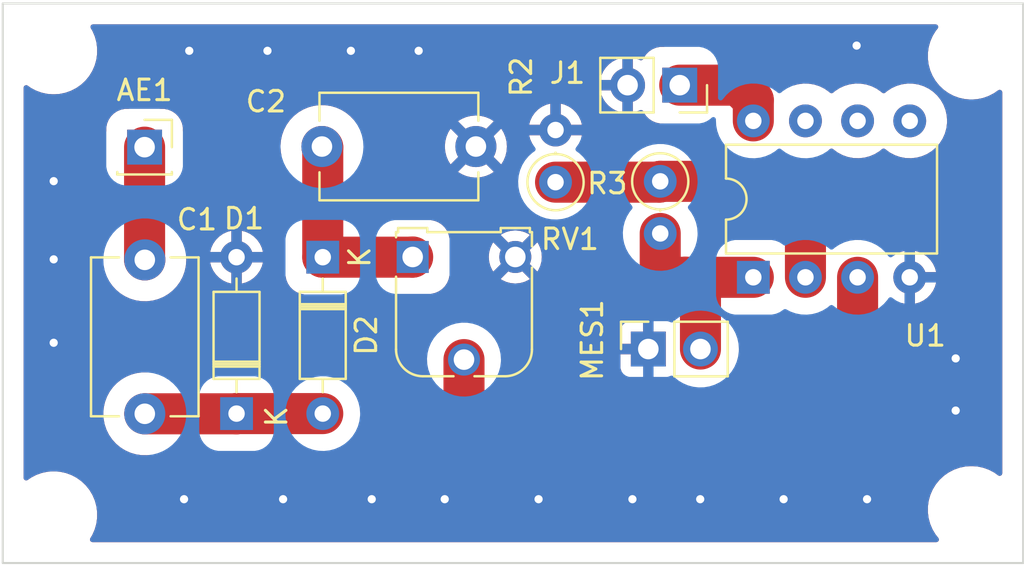
<source format=kicad_pcb>
(kicad_pcb (version 20211014) (generator pcbnew)
  (layers (0 "F.Cu" signal) (31 "B.Cu" signal) (34 "B.Paste" user) (35 "F.Paste" user) (36 "B.SilkS" user "B.Silkscreen") (37 "F.SilkS" user "F.Silkscreen") (38 "B.Mask" user) (39 "F.Mask" user) (44 "Edge.Cuts" user))
  (net 0 "")
  (net 1 "Net-(C1-Pad2)")
  (net 2 "GND")
  (net 3 "Net-(C2-Pad1)")
  (net 4 "Net-(R2-Pad1)")
  (net 5 "Net-(MES1-Pad2)")
  (net 6 "Net-(RV1-Pad2)")
  (net 7 "+VDC")
  (net 8 "Net-(AE1-Pad1)")
  (footprint "MountingHole:MountingHole_2.2mm_M2" (layer "F.Cu") (at 89.662 97.282)
    (fp_text reference "H2" hide)
    (fp_text value "MountingHole" hide)
    (pad "" np_thru_hole circle (at 0 0) (size 2.2 2.2) (drill 2.2) (layers *.Cu *.Mask))
  )
  (footprint "MountingHole:MountingHole_2.2mm_M2" (layer "F.Cu") (at 89.662 74.676)
    (fp_text reference "H1" hide)
    (fp_text value "MountingHole" hide)
    (pad "" np_thru_hole circle (at 0 0) (size 2.2 2.2) (drill 2.2) (layers *.Cu *.Mask))
  )
  (footprint "Capacitor_THT:C_Disc_D7.5mm_W5.0mm_P7.50mm" (layer "F.Cu") (at 102.73 79.34)
    (fp_text reference "C2" (at -2.73 -2.19) (layer "F.SilkS"))
    (fp_text value "0.01uF 500V" hide)
    (fp_line (start -0.12 2.62) (end 7.62 2.62) (layer "F.SilkS") (width 0.12))
    (fp_line (start 7.62 1.256) (end 7.62 2.62) (layer "F.SilkS") (width 0.12))
    (fp_line (start -0.12 1.256) (end -0.12 2.62) (layer "F.SilkS") (width 0.12))
    (fp_line (start -0.12 -2.62) (end 7.62 -2.62) (layer "F.SilkS") (width 0.12))
    (fp_line (start 7.62 -2.62) (end 7.62 -1.256) (layer "F.SilkS") (width 0.12))
    (fp_line (start -0.12 -2.62) (end -0.12 -1.256) (layer "F.SilkS") (width 0.12))
    (pad "1" thru_hole circle locked (at 0 0) (size 2 2) (drill 1) (layers *.Cu *.Mask) (net 3 "Net-(C2-Pad1)"))
    (pad "2" thru_hole circle locked (at 7.5 0) (size 2 2) (drill 1) (layers *.Cu *.Mask) (net 2 "GND"))
  )
  (footprint "Resistor_THT:R_Axial_DIN0207_L6.3mm_D2.5mm_P2.54mm_Vertical" (layer "F.Cu") (at 119.21 81.035 -90)
    (fp_text reference "R3" (at 0.105 2.58 180) (layer "F.SilkS"))
    (fp_text value "100k" hide)
    (fp_line (start 1.37 0) (end 1.44 0) (layer "F.SilkS") (width 0.12))
    (fp_circle (center 0 0) (end 1.37 0) (layer "F.SilkS") (width 0.12) (fill none))
    (pad "1" thru_hole circle locked (at 0 0 270) (size 1.6 1.6) (drill 0.8) (layers *.Cu *.Mask) (net 4 "Net-(R2-Pad1)"))
    (pad "2" thru_hole oval locked (at 2.54 0 270) (size 1.6 1.6) (drill 0.8) (layers *.Cu *.Mask) (net 5 "Net-(MES1-Pad2)"))
  )
  (footprint "Capacitor_THT:C_Disc_D7.5mm_W5.0mm_P7.50mm" (layer "F.Cu") (at 94.1 84.86 -90)
    (fp_text reference "C1" (at -1.96 -2.54) (layer "F.SilkS"))
    (fp_text value "0.01uF 500V" hide)
    (fp_line (start 7.62 1.256) (end 7.62 2.62) (layer "F.SilkS") (width 0.12))
    (fp_line (start -0.12 -2.62) (end -0.12 -1.256) (layer "F.SilkS") (width 0.12))
    (fp_line (start -0.12 1.256) (end -0.12 2.62) (layer "F.SilkS") (width 0.12))
    (fp_line (start -0.12 -2.62) (end 7.62 -2.62) (layer "F.SilkS") (width 0.12))
    (fp_line (start -0.12 2.62) (end 7.62 2.62) (layer "F.SilkS") (width 0.12))
    (fp_line (start 7.62 -2.62) (end 7.62 -1.256) (layer "F.SilkS") (width 0.12))
    (pad "1" thru_hole circle locked (at 0 0 270) (size 2 2) (drill 1) (layers *.Cu *.Mask) (net 8 "Net-(AE1-Pad1)"))
    (pad "2" thru_hole circle locked (at 7.5 0 270) (size 2 2) (drill 1) (layers *.Cu *.Mask) (net 1 "Net-(C1-Pad2)"))
  )
  (footprint "Potentiometer_THT:Potentiometer_Runtron_RM-065_Vertical" (layer "F.Cu") (at 107.15 84.72)
    (fp_text reference "RV1" (at 7.658 -0.865) (layer "F.SilkS"))
    (fp_text value "10k")
    (fp_line (start 5.71 -1.21) (end 5.81 -1.21) (layer "F.SilkS") (width 0.12))
    (fp_line (start 5.81 0.52) (end 5.81 4.5) (layer "F.SilkS") (width 0.12))
    (fp_line (start 4.29 -1.41) (end 5.71 -1.41) (layer "F.SilkS") (width 0.12))
    (fp_line (start -0.71 -1.21) (end -0.81 -1.21) (layer "F.SilkS") (width 0.12))
    (fp_line (start 4.29 -1.21) (end 4.29 -1.41) (layer "F.SilkS") (width 0.12))
    (fp_line (start -0.81 4.5) (end -0.81 0.96) (layer "F.SilkS") (width 0.12))
    (fp_line (start -0.71 -1.41) (end 0.71 -1.41) (layer "F.SilkS") (width 0.12))
    (fp_line (start -0.71 -1.41) (end -0.71 -1.21) (layer "F.SilkS") (width 0.12))
    (fp_line (start 0.71 -1.21) (end 4.29 -1.21) (layer "F.SilkS") (width 0.12))
    (fp_line (start 1.99 5.81) (end 0.5 5.81) (layer "F.SilkS") (width 0.12))
    (fp_line (start 5.81 -1.21) (end 5.81 -0.52) (layer "F.SilkS") (width 0.12))
    (fp_line (start 0.71 -1.21) (end 0.71 -1.41) (layer "F.SilkS") (width 0.12))
    (fp_line (start 5.71 -1.41) (end 5.71 -1.21) (layer "F.SilkS") (width 0.12))
    (fp_line (start -0.81 -1.21) (end -0.81 -0.96) (layer "F.SilkS") (width 0.12))
    (fp_line (start 4.5 5.81) (end 3.01 5.81) (layer "F.SilkS") (width 0.12))
    (fp_arc (start 5.81 4.5) (mid 5.42631 5.42631) (end 4.5 5.81) (layer "F.SilkS") (width 0.12))
    (fp_arc (start 0.5 5.81) (mid -0.42631 5.42631) (end -0.81 4.5) (layer "F.SilkS") (width 0.12))
    (pad "1" thru_hole rect (at 0 0) (size 1.56 1.56) (drill 1) (layers *.Cu *.Mask) (net 3 "Net-(C2-Pad1)"))
    (pad "2" thru_hole circle (at 2.5 5) (size 1.56 1.56) (drill 1) (layers *.Cu *.Mask) (net 6 "Net-(RV1-Pad2)"))
    (pad "3" thru_hole circle (at 5 0) (size 1.56 1.56) (drill 1) (layers *.Cu *.Mask) (net 2 "GND"))
  )
  (footprint "Connector_PinSocket_2.54mm:PinSocket_1x02_P2.54mm_Vertical" (layer "F.Cu") (at 118.63 89.205 90)
    (fp_text reference "MES1" (at 0.435 -2.73 90) (layer "F.SilkS"))
    (fp_text value "250uA" hide)
    (fp_line (start 0 -1.33) (end 1.33 -1.33) (layer "F.SilkS") (width 0.12))
    (fp_line (start -1.33 1.27) (end 1.33 1.27) (layer "F.SilkS") (width 0.12))
    (fp_line (start 1.33 1.27) (end 1.33 3.87) (layer "F.SilkS") (width 0.12))
    (fp_line (start -1.33 3.87) (end 1.33 3.87) (layer "F.SilkS") (width 0.12))
    (fp_line (start -1.33 1.27) (end -1.33 3.87) (layer "F.SilkS") (width 0.12))
    (fp_line (start 1.33 -1.33) (end 1.33 0) (layer "F.SilkS") (width 0.12))
    (pad "1" thru_hole rect locked (at 0 0 90) (size 1.7 1.7) (drill 1) (layers *.Cu *.Mask) (net 2 "GND"))
    (pad "2" thru_hole oval locked (at 0 2.54 90) (size 1.7 1.7) (drill 1) (layers *.Cu *.Mask) (net 5 "Net-(MES1-Pad2)"))
  )
  (footprint "Diode_THT:D_DO-35_SOD27_P7.62mm_Horizontal" (layer "F.Cu") (at 102.77 84.73 -90)
    (fp_text reference "D2" (at 3.81 -2.12 90) (layer "F.SilkS"))
    (fp_text value "1N5711" hide)
    (fp_text user "K" (at 0 -1.8 90) (layer "F.SilkS"))
    (fp_line (start 2.29 -1.12) (end 2.29 1.12) (layer "F.SilkS") (width 0.12))
    (fp_line (start 1.69 -1.12) (end 1.69 1.12) (layer "F.SilkS") (width 0.12))
    (fp_line (start 5.93 -1.12) (end 1.69 -1.12) (layer "F.SilkS") (width 0.12))
    (fp_line (start 6.58 0) (end 5.93 0) (layer "F.SilkS") (width 0.12))
    (fp_line (start 5.93 1.12) (end 5.93 -1.12) (layer "F.SilkS") (width 0.12))
    (fp_line (start 1.04 0) (end 1.69 0) (layer "F.SilkS") (width 0.12))
    (fp_line (start 2.53 -1.12) (end 2.53 1.12) (layer "F.SilkS") (width 0.12))
    (fp_line (start 2.41 -1.12) (end 2.41 1.12) (layer "F.SilkS") (width 0.12))
    (fp_line (start 1.69 1.12) (end 5.93 1.12) (layer "F.SilkS") (width 0.12))
    (pad "1" thru_hole rect locked (at 0 0 270) (size 1.6 1.6) (drill 0.8) (layers *.Cu *.Mask) (net 3 "Net-(C2-Pad1)"))
    (pad "2" thru_hole oval locked (at 7.62 0 270) (size 1.6 1.6) (drill 0.8) (layers *.Cu *.Mask) (net 1 "Net-(C1-Pad2)"))
  )
  (footprint "Resistor_THT:R_Axial_DIN0207_L6.3mm_D2.5mm_P2.54mm_Vertical" (layer "F.Cu") (at 114.11 81.075 90)
    (fp_text reference "R2" (at 5.125 -1.67 90) (layer "F.SilkS"))
    (fp_text value "2.2k" hide)
    (fp_line (start 1.37 0) (end 1.44 0) (layer "F.SilkS") (width 0.12))
    (fp_circle (center 0 0) (end 1.37 0) (layer "F.SilkS") (width 0.12) (fill none))
    (pad "1" thru_hole circle locked (at 0 0 90) (size 1.6 1.6) (drill 0.8) (layers *.Cu *.Mask) (net 4 "Net-(R2-Pad1)"))
    (pad "2" thru_hole oval locked (at 2.54 0 90) (size 1.6 1.6) (drill 0.8) (layers *.Cu *.Mask) (net 2 "GND"))
  )
  (footprint "Connector_PinSocket_2.54mm:PinSocket_1x01_P2.54mm_Vertical" (layer "F.Cu") (at 94.09 79.37)
    (fp_text reference "AE1" (at 0 -2.77) (layer "F.SilkS"))
    (fp_text value "Antenna" hide)
    (fp_line (start -1.33 1.21) (end -1.33 1.33) (layer "F.SilkS") (width 0.12))
    (fp_line (start 0 -1.33) (end 1.33 -1.33) (layer "F.SilkS") (width 0.12))
    (fp_line (start 1.33 1.21) (end 1.33 1.33) (layer "F.SilkS") (width 0.12))
    (fp_line (start 1.33 -1.33) (end 1.33 0) (layer "F.SilkS") (width 0.12))
    (fp_line (start -1.33 1.33) (end 1.33 1.33) (layer "F.SilkS") (width 0.12))
    (pad "1" thru_hole rect locked (at 0 0) (size 1.7 1.7) (drill 1) (layers *.Cu *.Mask) (net 8 "Net-(AE1-Pad1)"))
  )
  (footprint "MountingHole:MountingHole_2.2mm_M2" (layer "F.Cu") (at 134.366 97.028)
    (fp_text reference "H3" hide)
    (fp_text value "MountingHole" hide)
    (pad "" np_thru_hole circle (at 0 0) (size 2.2 2.2) (drill 2.2) (layers *.Cu *.Mask))
  )
  (footprint "MountingHole:MountingHole_2.2mm_M2" (layer "F.Cu") (at 134.366 74.93)
    (fp_text reference "H4" hide)
    (fp_text value "MountingHole" hide)
    (pad "" np_thru_hole circle (at 0 0) (size 2.2 2.2) (drill 2.2) (layers *.Cu *.Mask))
  )
  (footprint "Package_DIP:DIP-8_W7.62mm" (layer "F.Cu") (at 123.745 85.71 90)
    (fp_text reference "U1" (at -2.85 8.375 180) (layer "F.SilkS"))
    (fp_text value "LM358")
    (fp_line (start 6.46 8.95) (end 6.46 -1.33) (layer "F.SilkS") (width 0.12))
    (fp_line (start 6.46 -1.33) (end 4.81 -1.33) (layer "F.SilkS") (width 0.12))
    (fp_line (start 2.81 -1.33) (end 1.16 -1.33) (layer "F.SilkS") (width 0.12))
    (fp_line (start 1.16 8.95) (end 6.46 8.95) (layer "F.SilkS") (width 0.12))
    (fp_line (start 1.16 -1.33) (end 1.16 8.95) (layer "F.SilkS") (width 0.12))
    (fp_arc (start 4.81 -1.33) (mid 3.81 -0.33) (end 2.81 -1.33) (layer "F.SilkS") (width 0.12))
    (pad "1" thru_hole rect locked (at 0 0 90) (size 1.6 1.6) (drill 0.8) (layers *.Cu *.Mask) (net 5 "Net-(MES1-Pad2)"))
    (pad "2" thru_hole oval locked (at 0 2.54 90) (size 1.6 1.6) (drill 0.8) (layers *.Cu *.Mask) (net 4 "Net-(R2-Pad1)"))
    (pad "3" thru_hole oval locked (at 0 5.08 90) (size 1.6 1.6) (drill 0.8) (layers *.Cu *.Mask) (net 6 "Net-(RV1-Pad2)"))
    (pad "4" thru_hole oval locked (at 0 7.62 90) (size 1.6 1.6) (drill 0.8) (layers *.Cu *.Mask) (net 2 "GND"))
    (pad "5" thru_hole oval locked (at 7.62 7.62 90) (size 1.6 1.6) (drill 0.8) (layers *.Cu *.Mask))
    (pad "6" thru_hole oval locked (at 7.62 5.08 90) (size 1.6 1.6) (drill 0.8) (layers *.Cu *.Mask))
    (pad "7" thru_hole oval locked (at 7.62 2.54 90) (size 1.6 1.6) (drill 0.8) (layers *.Cu *.Mask))
    (pad "8" thru_hole oval locked (at 7.62 0 90) (size 1.6 1.6) (drill 0.8) (layers *.Cu *.Mask) (net 7 "+VDC"))
  )
  (footprint "Diode_THT:D_DO-35_SOD27_P7.62mm_Horizontal" (layer "F.Cu") (at 98.57 92.35 90)
    (fp_text reference "D1" (at 9.5 0.36 180) (layer "F.SilkS"))
    (fp_text value "1N5711" hide)
    (fp_text user "K" (at -0.15 1.95 90) (layer "F.SilkS"))
    (fp_line (start 1.69 -1.12) (end 1.69 1.12) (layer "F.SilkS") (width 0.12))
    (fp_line (start 1.69 1.12) (end 5.93 1.12) (layer "F.SilkS") (width 0.12))
    (fp_line (start 2.29 -1.12) (end 2.29 1.12) (layer "F.SilkS") (width 0.12))
    (fp_line (start 5.93 1.12) (end 5.93 -1.12) (layer "F.SilkS") (width 0.12))
    (fp_line (start 2.41 -1.12) (end 2.41 1.12) (layer "F.SilkS") (width 0.12))
    (fp_line (start 2.53 -1.12) (end 2.53 1.12) (layer "F.SilkS") (width 0.12))
    (fp_line (start 5.93 -1.12) (end 1.69 -1.12) (layer "F.SilkS") (width 0.12))
    (fp_line (start 1.04 0) (end 1.69 0) (layer "F.SilkS") (width 0.12))
    (fp_line (start 6.58 0) (end 5.93 0) (layer "F.SilkS") (width 0.12))
    (pad "1" thru_hole rect locked (at 0 0 90) (size 1.6 1.6) (drill 0.8) (layers *.Cu *.Mask) (net 1 "Net-(C1-Pad2)"))
    (pad "2" thru_hole oval locked (at 7.62 0 90) (size 1.6 1.6) (drill 0.8) (layers *.Cu *.Mask) (net 2 "GND"))
  )
  (footprint "Connector_PinSocket_2.54mm:PinSocket_1x02_P2.54mm_Vertical" (layer "F.Cu") (at 120.16 76.35 -90)
    (fp_text reference "J1" (at -0.59 5.47) (layer "F.SilkS"))
    (fp_text value "Conn_01x02" hide)
    (fp_line (start -1.33 3.87) (end 1.33 3.87) (layer "F.SilkS") (width 0.12))
    (fp_line (start 1.33 1.27) (end 1.33 3.87) (layer "F.SilkS") (width 0.12))
    (fp_line (start -1.33 1.27) (end 1.33 1.27) (layer "F.SilkS") (width 0.12))
    (fp_line (start 0 -1.33) (end 1.33 -1.33) (layer "F.SilkS") (width 0.12))
    (fp_line (start 1.33 -1.33) (end 1.33 0) (layer "F.SilkS") (width 0.12))
    (fp_line (start -1.33 1.27) (end -1.33 3.87) (layer "F.SilkS") (width 0.12))
    (pad "1" thru_hole rect locked (at 0 0 270) (size 1.7 1.7) (drill 1) (layers *.Cu *.Mask) (net 7 "+VDC"))
    (pad "2" thru_hole oval locked (at 0 2.54 270) (size 1.7 1.7) (drill 1) (layers *.Cu *.Mask) (net 2 "GND"))
  )
  (gr_rect (start 87.18 72.37) (end 136.89 99.63) (layer "Edge.Cuts") (width 0.1) (fill none))
  (segment (start 102.77 92.35) (end 98.57 92.35) (width 2) (layer "F.Cu") (net 1))
  (segment (start 98.56 92.36) (end 98.57 92.35) (width 2) (layer "F.Cu") (net 1))
  (segment (start 94.1 92.36) (end 98.56 92.36) (width 2) (layer "F.Cu") (net 1))
  (via (at 113.284 96.52) (size 0.8) (drill 0.4) (layers "F.Cu" "B.Cu") (net 2))
  (via (at 117.856 96.52) (size 0.8) (drill 0.4) (layers "F.Cu" "B.Cu") (net 2))
  (via (at 128.778 74.422) (size 0.8) (drill 0.4) (layers "F.Cu" "B.Cu") (net 2))
  (via (at 133.604 92.202) (size 0.8) (drill 0.4) (layers "F.Cu" "B.Cu") (net 2))
  (via (at 100.076 74.676) (size 0.8) (drill 0.4) (layers "F.Cu" "B.Cu") (net 2))
  (via (at 105.156 96.52) (size 0.8) (drill 0.4) (layers "F.Cu" "B.Cu") (net 2))
  (via (at 89.662 81.026) (size 0.8) (drill 0.4) (layers "F.Cu" "B.Cu") (net 2))
  (via (at 89.662 88.9) (size 0.8) (drill 0.4) (layers "F.Cu" "B.Cu") (net 2))
  (via (at 104.14 74.676) (size 0.8) (drill 0.4) (layers "F.Cu" "B.Cu") (net 2))
  (via (at 133.604 89.662) (size 0.8) (drill 0.4) (layers "F.Cu" "B.Cu") (net 2))
  (via (at 125.222 96.52) (size 0.8) (drill 0.4) (layers "F.Cu" "B.Cu") (net 2))
  (via (at 129.286 96.52) (size 0.8) (drill 0.4) (layers "F.Cu" "B.Cu") (net 2))
  (via (at 108.712 96.52) (size 0.8) (drill 0.4) (layers "F.Cu" "B.Cu") (net 2))
  (via (at 100.838 96.52) (size 0.8) (drill 0.4) (layers "F.Cu" "B.Cu") (net 2))
  (via (at 89.662 84.836) (size 0.8) (drill 0.4) (layers "F.Cu" "B.Cu") (net 2))
  (via (at 96.012 96.52) (size 0.8) (drill 0.4) (layers "F.Cu" "B.Cu") (net 2))
  (via (at 96.266 74.676) (size 0.8) (drill 0.4) (layers "F.Cu" "B.Cu") (net 2))
  (via (at 121.158 96.52) (size 0.8) (drill 0.4) (layers "F.Cu" "B.Cu") (net 2))
  (via (at 107.442 74.676) (size 0.8) (drill 0.4) (layers "F.Cu" "B.Cu") (net 2))
  (segment (start 102.77 84.73) (end 102.77 79.38) (width 2) (layer "F.Cu") (net 3))
  (segment (start 107.14 84.73) (end 107.15 84.72) (width 2) (layer "F.Cu") (net 3))
  (segment (start 102.77 84.73) (end 107.14 84.73) (width 2) (layer "F.Cu") (net 3))
  (segment (start 102.77 79.38) (end 102.73 79.34) (width 2) (layer "F.Cu") (net 3))
  (segment (start 119.17 81.075) (end 119.21 81.035) (width 2) (layer "F.Cu") (net 4))
  (segment (start 119.21 81.035) (end 125.925 81.035) (width 2) (layer "F.Cu") (net 4))
  (segment (start 125.925 81.035) (end 126.285 81.395) (width 2) (layer "F.Cu") (net 4))
  (segment (start 114.11 81.075) (end 119.17 81.075) (width 2) (layer "F.Cu") (net 4))
  (segment (start 126.285 81.395) (end 126.285 85.71) (width 2) (layer "F.Cu") (net 4))
  (segment (start 119.36 85.71) (end 119.21 85.56) (width 2) (layer "F.Cu") (net 5))
  (segment (start 121.17 89.205) (end 121.17 86.45) (width 2) (layer "F.Cu") (net 5))
  (segment (start 121.17 86.45) (end 120.43 85.71) (width 2) (layer "F.Cu") (net 5))
  (segment (start 119.21 85.56) (end 119.21 83.575) (width 2) (layer "F.Cu") (net 5))
  (segment (start 120.43 85.71) (end 119.36 85.71) (width 2) (layer "F.Cu") (net 5))
  (segment (start 123.745 85.71) (end 120.43 85.71) (width 2) (layer "F.Cu") (net 5))
  (segment (start 109.82 92.44) (end 109.65 92.27) (width 2) (layer "F.Cu") (net 6))
  (segment (start 128.61 92.44) (end 109.82 92.44) (width 2) (layer "F.Cu") (net 6))
  (segment (start 128.825 85.71) (end 128.825 92.225) (width 2) (layer "F.Cu") (net 6))
  (segment (start 109.65 92.27) (end 109.65 89.72) (width 2) (layer "F.Cu") (net 6))
  (segment (start 128.825 92.225) (end 128.61 92.44) (width 2) (layer "F.Cu") (net 6))
  (segment (start 123.745 77.075) (end 123.02 76.35) (width 2) (layer "F.Cu") (net 7))
  (segment (start 123.745 78.09) (end 123.745 77.075) (width 2) (layer "F.Cu") (net 7))
  (segment (start 123.02 76.35) (end 120.16 76.35) (width 2) (layer "F.Cu") (net 7))
  (segment (start 94.09 84.85) (end 94.1 84.86) (width 2) (layer "F.Cu") (net 8))
  (segment (start 94.09 79.37) (end 94.09 84.85) (width 2) (layer "F.Cu") (net 8))
  (zone (net 2) (net_name "GND") (layer "F.Cu") (connect_pads (clearance 1.016)) (min_thickness 0.254) (fill yes (thermal_gap 0.508) (thermal_bridge_width 0.508))
    (polygon (pts (xy 136.909723 99.658115) (xy 87.29 99.66) (xy 87.289791 72.384) (xy 136.869514 72.372115)))
  )
  (zone (net 2) (net_name "GND") (layer "B.Cu") (connect_pads (clearance 1.016)) (min_thickness 0.254) (fill yes (thermal_gap 0.508) (thermal_bridge_width 0.508))
    (polygon (pts (xy 136.890198 72.383435) (xy 136.88973 99.659051) (xy 87.05573 99.649594) (xy 87.046198 72.373978)))
  )
)
</source>
